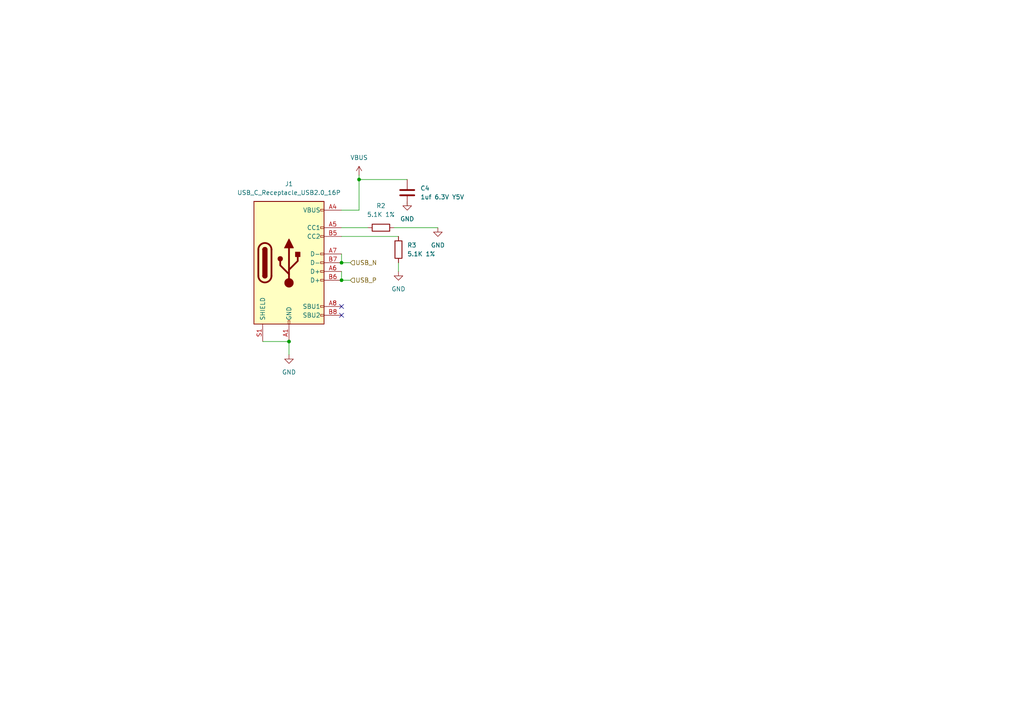
<source format=kicad_sch>
(kicad_sch (version 20230121) (generator eeschema)
  (paper "A4")
  (lib_symbols
    (symbol "Connector:USB_C_Receptacle_USB2.0_16P" (pin_names (offset 1.016))
      (property "Reference" "J" (at 0 22.225 0))
      (property "Value" "USB_C_Receptacle_USB2.0_16P" (at 0 19.685 0))
      (symbol "USB_C_Receptacle_USB2.0_16P_0_0"
        (rectangle (start -0.254 -17.78) (end 0.254 -16.764))
        (rectangle (start 10.16 -14.986) (end 9.144 -15.494))
        (rectangle (start 10.16 -12.446) (end 9.144 -12.954))
        (rectangle (start 10.16 -4.826) (end 9.144 -5.334))
        (rectangle (start 10.16 -2.286) (end 9.144 -2.794))
        (rectangle (start 10.16 0.254) (end 9.144 -0.254))
        (rectangle (start 10.16 2.794) (end 9.144 2.286))
        (rectangle (start 10.16 7.874) (end 9.144 7.366))
        (rectangle (start 10.16 10.414) (end 9.144 9.906))
        (rectangle (start 10.16 15.494) (end 9.144 14.986))
      )
      (symbol "USB_C_Receptacle_USB2.0_16P_0_1"
        (rectangle (start -10.16 17.78) (end 10.16 -17.78) (stroke (width 0.254)) (fill (type background)))
        (arc (start -8.89 -3.81) (mid -6.985 -5.7067) (end -5.08 -3.81) (stroke (width 0.508)))
        (arc (start -7.62 -3.81) (mid -6.985 -4.4423) (end -6.35 -3.81) (stroke (width 0.254)))
        (arc (start -7.62 -3.81) (mid -6.985 -4.4423) (end -6.35 -3.81) (stroke (width 0.254)) (fill (type outline)))
        (rectangle (start -7.62 -3.81) (end -6.35 3.81) (stroke (width 0.254)) (fill (type outline)))
        (arc (start -6.35 3.81) (mid -6.985 4.4423) (end -7.62 3.81) (stroke (width 0.254)))
        (arc (start -6.35 3.81) (mid -6.985 4.4423) (end -7.62 3.81) (stroke (width 0.254)) (fill (type outline)))
        (arc (start -5.08 3.81) (mid -6.985 5.7067) (end -8.89 3.81) (stroke (width 0.508)))
        (circle (center -2.54 1.143) (radius 0.635) (stroke (width 0.254)) (fill (type outline)))
        (circle (center 0 -5.842) (radius 1.27) (fill (type outline)))
        (polyline (pts (xy -8.89 -3.81) (xy -8.89 3.81)) (stroke (width 0.508)))
        (polyline (pts (xy -5.08 3.81) (xy -5.08 -3.81)) (stroke (width 0.508)))
        (polyline (pts (xy 0 -5.842) (xy 0 4.318)) (stroke (width 0.508)))
        (polyline (pts (xy 0 -3.302) (xy -2.54 -0.762) (xy -2.54 0.508)) (stroke (width 0.508)))
        (polyline (pts (xy 0 -2.032) (xy 2.54 0.508) (xy 2.54 1.778)) (stroke (width 0.508)))
        (polyline (pts (xy -1.27 4.318) (xy 0 6.858) (xy 1.27 4.318) (xy -1.27 4.318)) (stroke (width 0.254)) (fill (type outline)))
        (rectangle (start 1.905 1.778) (end 3.175 3.048) (stroke (width 0.254)) (fill (type outline)))
      )
      (symbol "USB_C_Receptacle_USB2.0_16P_1_1"
        (pin passive line (at 0 -22.86 90) (length 5.08) (name "GND") (number "A1"))
        (pin passive line (at 0 -22.86 90) (length 5.08) hide (name "GND") (number "A12"))
        (pin passive line (at 15.24 15.24 180) (length 5.08) (name "VBUS") (number "A4"))
        (pin bidirectional line (at 15.24 10.16 180) (length 5.08) (name "CC1") (number "A5"))
        (pin bidirectional line (at 15.24 -2.54 180) (length 5.08) (name "D+") (number "A6"))
        (pin bidirectional line (at 15.24 2.54 180) (length 5.08) (name "D-") (number "A7"))
        (pin bidirectional line (at 15.24 -12.7 180) (length 5.08) (name "SBU1") (number "A8"))
        (pin passive line (at 15.24 15.24 180) (length 5.08) hide (name "VBUS") (number "A9"))
        (pin passive line (at 0 -22.86 90) (length 5.08) hide (name "GND") (number "B1"))
        (pin passive line (at 0 -22.86 90) (length 5.08) hide (name "GND") (number "B12"))
        (pin passive line (at 15.24 15.24 180) (length 5.08) hide (name "VBUS") (number "B4"))
        (pin bidirectional line (at 15.24 7.62 180) (length 5.08) (name "CC2") (number "B5"))
        (pin bidirectional line (at 15.24 -5.08 180) (length 5.08) (name "D+") (number "B6"))
        (pin bidirectional line (at 15.24 0 180) (length 5.08) (name "D-") (number "B7"))
        (pin bidirectional line (at 15.24 -15.24 180) (length 5.08) (name "SBU2") (number "B8"))
        (pin passive line (at 15.24 15.24 180) (length 5.08) hide (name "VBUS") (number "B9"))
        (pin passive line (at -7.62 -22.86 90) (length 5.08) (name "SHIELD") (number "S1"))
      )
    )
    (symbol "Device:C" (pin_numbers hide) (pin_names (offset 0.254))
      (property "Reference" "C" (at 0.635 2.54 0))
      (property "Value" "C" (at 0.635 -2.54 0))
      (symbol "C_0_1"
        (polyline (pts (xy -2.032 -0.762) (xy 2.032 -0.762)) (stroke (width 0.508)))
        (polyline (pts (xy -2.032 0.762) (xy 2.032 0.762)) (stroke (width 0.508)))
      )
      (symbol "C_1_1"
        (pin passive line (at 0 3.81 270) (length 2.794) (name "~") (number "1"))
        (pin passive line (at 0 -3.81 90) (length 2.794) (name "~") (number "2"))
      )
    )
    (symbol "Device:R" (pin_numbers hide) (pin_names (offset 0))
      (property "Reference" "R" (at 2.032 0 90))
      (property "Value" "R" (at 0 0 90))
      (symbol "R_0_1"
        (rectangle (start -1.016 -2.54) (end 1.016 2.54) (stroke (width 0.254)))
      )
      (symbol "R_1_1"
        (pin passive line (at 0 3.81 270) (length 1.27) (name "~") (number "1"))
        (pin passive line (at 0 -3.81 90) (length 1.27) (name "~") (number "2"))
      )
    )
    (symbol "power:GND" (power) (pin_names (offset 0))
      (property "Value" "GND" (at 0 -3.81 0))
      (symbol "GND_0_1"
        (polyline (pts (xy 0 0) (xy 0 -1.27) (xy 1.27 -1.27) (xy 0 -2.54) (xy -1.27 -1.27) (xy 0 -1.27)))
      )
      (symbol "GND_1_1"
        (pin power_in line (at 0 0 270) (length 0) hide (name "GND") (number "1"))
      )
    )
    (symbol "power:VBUS" (power) (pin_names (offset 0))
      (property "Value" "VBUS" (at 0 3.81 0))
      (symbol "VBUS_0_1"
        (polyline (pts (xy -0.762 1.27) (xy 0 2.54)))
        (polyline (pts (xy 0 0) (xy 0 2.54)))
        (polyline (pts (xy 0 2.54) (xy 0.762 1.27)))
      )
      (symbol "VBUS_1_1"
        (pin power_in line (at 0 0 90) (length 0) hide (name "VBUS") (number "1"))
      )
    )
  )
  (junction (at 104.14 52.07))
  (junction (at 83.82 99.06))
  (junction (at 99.06 76.2))
  (junction (at 99.06 81.28))
  (no_connect (at 99.06 88.9))
  (no_connect (at 99.06 91.44))
  (wire (pts (xy 83.82 99.06) (xy 83.82 102.87)))
  (wire (pts (xy 99.06 76.2) (xy 101.6 76.2)))
  (wire (pts (xy 115.57 76.2) (xy 115.57 78.74)))
  (wire (pts (xy 104.14 52.07) (xy 118.11 52.07)))
  (wire (pts (xy 99.06 66.04) (xy 106.68 66.04)))
  (wire (pts (xy 99.06 81.28) (xy 101.6 81.28)))
  (wire (pts (xy 99.06 73.66) (xy 99.06 76.2)))
  (wire (pts (xy 118.11 59.69) (xy 118.11 58.42)))
  (wire (pts (xy 76.2 99.06) (xy 83.82 99.06)))
  (wire (pts (xy 114.3 66.04) (xy 127 66.04)))
  (wire (pts (xy 99.06 78.74) (xy 99.06 81.28)))
  (wire (pts (xy 104.14 52.07) (xy 104.14 60.96)))
  (wire (pts (xy 104.14 60.96) (xy 99.06 60.96)))
  (wire (pts (xy 99.06 68.58) (xy 115.57 68.58)))
  (wire (pts (xy 104.14 50.8) (xy 104.14 52.07)))
  (hierarchical_label "USB_N" (shape input) (at 101.6 76.2 0))
  (hierarchical_label "USB_P" (shape input) (at 101.6 81.28 0))
  (symbol (lib_id "power:VBUS") (at 104.14 50.8 0) (unit 1)
    (property "Reference" "#PWR014" (effects hide))
    (property "Value" "VBUS" (at 104.14 45.72 0))
  )
  (symbol (lib_id "Connector:USB_C_Receptacle_USB2.0_16P") (at 83.82 76.2 0) (unit 1)
    (property "Reference" "J1" (at 83.82 53.34 0))
    (property "Value" "USB_C_Receptacle_USB2.0_16P" (at 83.82 55.88 0))
    (property "Footprint" "Library:GCT_USB4085-GF-A_REVB" (effects hide))
    (property "Datasheet" "https://www.usb.org/sites/default/files/documents/usb_type-c.zip" (effects hide))
  )
  (symbol (lib_id "Device:C") (at 118.11 55.88 0) (unit 1)
    (property "Reference" "C4" (at 121.92 54.61 0) (effects (justify left)))
    (property "Value" "1uf 6.3V Y5V" (at 121.92 57.15 0) (effects (justify left)))
    (property "Footprint" "Capacitor_SMD:C_0603_1608Metric" (effects hide))
  )
  (symbol (lib_id "power:GND") (at 118.11 58.42 0) (unit 1)
    (property "Reference" "#PWR013" (effects hide))
    (property "Value" "GND" (at 118.11 63.5 0))
  )
  (symbol (lib_id "Device:R") (at 110.49 66.04 270) (unit 1)
    (property "Reference" "R2" (at 110.49 59.69 90))
    (property "Value" "5.1K 1%" (at 110.49 62.23 90))
    (property "Footprint" "Resistor_SMD:R_0603_1608Metric" (effects hide))
  )
  (symbol (lib_id "power:GND") (at 115.57 78.74 0) (unit 1)
    (property "Reference" "#PWR020" (effects hide))
    (property "Value" "GND" (at 115.57 83.82 0))
  )
  (symbol (lib_id "power:GND") (at 127 66.04 0) (unit 1)
    (property "Reference" "#PWR019" (effects hide))
    (property "Value" "GND" (at 127 71.12 0))
  )
  (symbol (lib_id "Device:R") (at 115.57 72.39 180) (unit 1)
    (property "Reference" "R3" (at 118.11 71.12 0) (effects (justify right)))
    (property "Value" "5.1K 1%" (at 118.11 73.66 0) (effects (justify right)))
    (property "Footprint" "Resistor_SMD:R_0603_1608Metric" (effects hide))
  )
  (symbol (lib_id "power:GND") (at 83.82 102.87 0) (unit 1)
    (property "Reference" "#PWR01" (effects hide))
    (property "Value" "GND" (at 83.82 107.95 0))
  )
)
</source>
